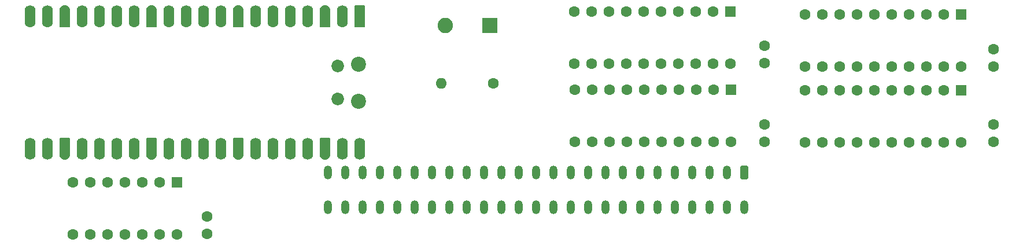
<source format=gbr>
%TF.GenerationSoftware,KiCad,Pcbnew,9.0.1*%
%TF.CreationDate,2025-08-04T14:53:59+03:00*%
%TF.ProjectId,SVI-3x8-PicoExpander,5356492d-3378-4382-9d50-69636f457870,1.1*%
%TF.SameCoordinates,Original*%
%TF.FileFunction,Soldermask,Top*%
%TF.FilePolarity,Negative*%
%FSLAX46Y46*%
G04 Gerber Fmt 4.6, Leading zero omitted, Abs format (unit mm)*
G04 Created by KiCad (PCBNEW 9.0.1) date 2025-08-04 14:53:59*
%MOMM*%
%LPD*%
G01*
G04 APERTURE LIST*
G04 Aperture macros list*
%AMRoundRect*
0 Rectangle with rounded corners*
0 $1 Rounding radius*
0 $2 $3 $4 $5 $6 $7 $8 $9 X,Y pos of 4 corners*
0 Add a 4 corners polygon primitive as box body*
4,1,4,$2,$3,$4,$5,$6,$7,$8,$9,$2,$3,0*
0 Add four circle primitives for the rounded corners*
1,1,$1+$1,$2,$3*
1,1,$1+$1,$4,$5*
1,1,$1+$1,$6,$7*
1,1,$1+$1,$8,$9*
0 Add four rect primitives between the rounded corners*
20,1,$1+$1,$2,$3,$4,$5,0*
20,1,$1+$1,$4,$5,$6,$7,0*
20,1,$1+$1,$6,$7,$8,$9,0*
20,1,$1+$1,$8,$9,$2,$3,0*%
%AMFreePoly0*
4,1,37,0.800000,0.796148,0.878414,0.796148,1.032228,0.765552,1.177117,0.705537,1.307515,0.618408,1.418408,0.507515,1.505537,0.377117,1.565552,0.232228,1.596148,0.078414,1.596148,-0.078414,1.565552,-0.232228,1.505537,-0.377117,1.418408,-0.507515,1.307515,-0.618408,1.177117,-0.705537,1.032228,-0.765552,0.878414,-0.796148,0.800000,-0.796148,0.800000,-0.800000,-1.400000,-0.800000,
-1.403843,-0.796157,-1.439018,-0.796157,-1.511114,-0.766294,-1.566294,-0.711114,-1.596157,-0.639018,-1.596157,-0.603843,-1.600000,-0.600000,-1.600000,0.600000,-1.596157,0.603843,-1.596157,0.639018,-1.566294,0.711114,-1.511114,0.766294,-1.439018,0.796157,-1.403843,0.796157,-1.400000,0.800000,0.800000,0.800000,0.800000,0.796148,0.800000,0.796148,$1*%
%AMFreePoly1*
4,1,37,1.403843,0.796157,1.439018,0.796157,1.511114,0.766294,1.566294,0.711114,1.596157,0.639018,1.596157,0.603843,1.600000,0.600000,1.600000,-0.600000,1.596157,-0.603843,1.596157,-0.639018,1.566294,-0.711114,1.511114,-0.766294,1.439018,-0.796157,1.403843,-0.796157,1.400000,-0.800000,-0.800000,-0.800000,-0.800000,-0.796148,-0.878414,-0.796148,-1.032228,-0.765552,-1.177117,-0.705537,
-1.307515,-0.618408,-1.418408,-0.507515,-1.505537,-0.377117,-1.565552,-0.232228,-1.596148,-0.078414,-1.596148,0.078414,-1.565552,0.232228,-1.505537,0.377117,-1.418408,0.507515,-1.307515,0.618408,-1.177117,0.705537,-1.032228,0.765552,-0.878414,0.796148,-0.800000,0.796148,-0.800000,0.800000,1.400000,0.800000,1.403843,0.796157,1.403843,0.796157,$1*%
%AMFreePoly2*
4,1,37,0.603843,0.796157,0.639018,0.796157,0.711114,0.766294,0.766294,0.711114,0.796157,0.639018,0.796157,0.603843,0.800000,0.600000,0.800000,-0.600000,0.796157,-0.603843,0.796157,-0.639018,0.766294,-0.711114,0.711114,-0.766294,0.639018,-0.796157,0.603843,-0.796157,0.600000,-0.800000,0.000000,-0.800000,0.000000,-0.796148,-0.078414,-0.796148,-0.232228,-0.765552,-0.377117,-0.705537,
-0.507515,-0.618408,-0.618408,-0.507515,-0.705537,-0.377117,-0.765552,-0.232228,-0.796148,-0.078414,-0.796148,0.078414,-0.765552,0.232228,-0.705537,0.377117,-0.618408,0.507515,-0.507515,0.618408,-0.377117,0.705537,-0.232228,0.765552,-0.078414,0.796148,0.000000,0.796148,0.000000,0.800000,0.600000,0.800000,0.603843,0.796157,0.603843,0.796157,$1*%
%AMFreePoly3*
4,1,37,0.000000,0.796148,0.078414,0.796148,0.232228,0.765552,0.377117,0.705537,0.507515,0.618408,0.618408,0.507515,0.705537,0.377117,0.765552,0.232228,0.796148,0.078414,0.796148,-0.078414,0.765552,-0.232228,0.705537,-0.377117,0.618408,-0.507515,0.507515,-0.618408,0.377117,-0.705537,0.232228,-0.765552,0.078414,-0.796148,0.000000,-0.796148,0.000000,-0.800000,-0.600000,-0.800000,
-0.603843,-0.796157,-0.639018,-0.796157,-0.711114,-0.766294,-0.766294,-0.711114,-0.796157,-0.639018,-0.796157,-0.603843,-0.800000,-0.600000,-0.800000,0.600000,-0.796157,0.603843,-0.796157,0.639018,-0.766294,0.711114,-0.711114,0.766294,-0.639018,0.796157,-0.603843,0.796157,-0.600000,0.800000,0.000000,0.800000,0.000000,0.796148,0.000000,0.796148,$1*%
G04 Aperture macros list end*
%ADD10R,2.250000X2.250000*%
%ADD11C,2.250000*%
%ADD12C,1.600000*%
%ADD13O,1.600000X1.600000*%
%ADD14RoundRect,0.250000X-0.550000X0.550000X-0.550000X-0.550000X0.550000X-0.550000X0.550000X0.550000X0*%
%ADD15C,2.200000*%
%ADD16C,1.850000*%
%ADD17FreePoly0,270.000000*%
%ADD18RoundRect,0.200000X-0.600000X0.600000X-0.600000X-0.600000X0.600000X-0.600000X0.600000X0.600000X0*%
%ADD19RoundRect,0.800000X-0.000010X0.800000X-0.000010X-0.800000X0.000010X-0.800000X0.000010X0.800000X0*%
%ADD20FreePoly1,270.000000*%
%ADD21FreePoly2,270.000000*%
%ADD22FreePoly3,270.000000*%
%ADD23RoundRect,0.250000X0.350000X0.750000X-0.350000X0.750000X-0.350000X-0.750000X0.350000X-0.750000X0*%
%ADD24O,1.200000X2.000000*%
G04 APERTURE END LIST*
D10*
%TO.C,SW1*%
X143750000Y-103500000D03*
D11*
X137250000Y-103500000D03*
%TD*%
D12*
%TO.C,R1*%
X144310000Y-112000000D03*
D13*
X136690000Y-112000000D03*
%TD*%
D14*
%TO.C,U2*%
X179120000Y-112880000D03*
D12*
X176580000Y-112880000D03*
X174040000Y-112880000D03*
X171500000Y-112880000D03*
X168960000Y-112880000D03*
X166420000Y-112880000D03*
X163880000Y-112880000D03*
X161340000Y-112880000D03*
X158800000Y-112880000D03*
X156260000Y-112880000D03*
X156260000Y-120500000D03*
X158800000Y-120500000D03*
X161340000Y-120500000D03*
X163880000Y-120500000D03*
X166420000Y-120500000D03*
X168960000Y-120500000D03*
X171500000Y-120500000D03*
X174040000Y-120500000D03*
X176580000Y-120500000D03*
X179120000Y-120500000D03*
%TD*%
%TO.C,C4*%
X102420000Y-134000000D03*
X102420000Y-131500000D03*
%TD*%
D14*
%TO.C,U4*%
X179000000Y-101500000D03*
D12*
X176460000Y-101500000D03*
X173920000Y-101500000D03*
X171380000Y-101500000D03*
X168840000Y-101500000D03*
X166300000Y-101500000D03*
X163760000Y-101500000D03*
X161220000Y-101500000D03*
X158680000Y-101500000D03*
X156140000Y-101500000D03*
X156140000Y-109120000D03*
X158680000Y-109120000D03*
X161220000Y-109120000D03*
X163760000Y-109120000D03*
X166300000Y-109120000D03*
X168840000Y-109120000D03*
X171380000Y-109120000D03*
X173920000Y-109120000D03*
X176460000Y-109120000D03*
X179000000Y-109120000D03*
%TD*%
D14*
%TO.C,U3*%
X98000000Y-126500000D03*
D12*
X95460000Y-126500000D03*
X92920000Y-126500000D03*
X90380000Y-126500000D03*
X87840000Y-126500000D03*
X85300000Y-126500000D03*
X82760000Y-126500000D03*
X82760000Y-134120000D03*
X85300000Y-134120000D03*
X87840000Y-134120000D03*
X90380000Y-134120000D03*
X92920000Y-134120000D03*
X95460000Y-134120000D03*
X98000000Y-134120000D03*
%TD*%
%TO.C,C2*%
X184000000Y-120500000D03*
X184000000Y-118000000D03*
%TD*%
D14*
%TO.C,U1*%
X212820000Y-101880000D03*
D12*
X210280000Y-101880000D03*
X207740000Y-101880000D03*
X205200000Y-101880000D03*
X202660000Y-101880000D03*
X200120000Y-101880000D03*
X197580000Y-101880000D03*
X195040000Y-101880000D03*
X192500000Y-101880000D03*
X189960000Y-101880000D03*
X189960000Y-109500000D03*
X192500000Y-109500000D03*
X195040000Y-109500000D03*
X197580000Y-109500000D03*
X200120000Y-109500000D03*
X202660000Y-109500000D03*
X205200000Y-109500000D03*
X207740000Y-109500000D03*
X210280000Y-109500000D03*
X212820000Y-109500000D03*
%TD*%
%TO.C,C3*%
X184000000Y-109000000D03*
X184000000Y-106500000D03*
%TD*%
%TO.C,C5*%
X217500000Y-120500000D03*
X217500000Y-118000000D03*
%TD*%
D14*
%TO.C,U5*%
X212820000Y-113000000D03*
D12*
X210280000Y-113000000D03*
X207740000Y-113000000D03*
X205200000Y-113000000D03*
X202660000Y-113000000D03*
X200120000Y-113000000D03*
X197580000Y-113000000D03*
X195040000Y-113000000D03*
X192500000Y-113000000D03*
X189960000Y-113000000D03*
X189960000Y-120620000D03*
X192500000Y-120620000D03*
X195040000Y-120620000D03*
X197580000Y-120620000D03*
X200120000Y-120620000D03*
X202660000Y-120620000D03*
X205200000Y-120620000D03*
X207740000Y-120620000D03*
X210280000Y-120620000D03*
X212820000Y-120620000D03*
%TD*%
D15*
%TO.C,A1*%
X124570000Y-109165000D03*
D16*
X121540000Y-109465000D03*
X121540000Y-114315000D03*
D15*
X124570000Y-114615000D03*
D17*
X124700000Y-102200000D03*
D18*
X124700000Y-103000000D03*
D19*
X122160000Y-102200000D03*
D12*
X122160000Y-103000000D03*
D20*
X119620000Y-102200000D03*
D21*
X119620000Y-103000000D03*
D19*
X117080000Y-102200000D03*
D12*
X117080000Y-103000000D03*
D19*
X114540000Y-102200000D03*
D12*
X114540000Y-103000000D03*
D19*
X112000000Y-102200000D03*
D12*
X112000000Y-103000000D03*
D19*
X109460000Y-102200000D03*
D12*
X109460000Y-103000000D03*
D20*
X106920000Y-102200000D03*
D21*
X106920000Y-103000000D03*
D19*
X104380000Y-102200000D03*
D12*
X104380000Y-103000000D03*
D19*
X101840000Y-102200000D03*
D12*
X101840000Y-103000000D03*
D19*
X99300000Y-102200000D03*
D12*
X99300000Y-103000000D03*
D19*
X96760000Y-102200000D03*
D12*
X96760000Y-103000000D03*
D20*
X94220000Y-102200000D03*
D21*
X94220000Y-103000000D03*
D19*
X91680000Y-102200000D03*
D12*
X91680000Y-103000000D03*
D19*
X89140000Y-102200000D03*
D12*
X89140000Y-103000000D03*
D19*
X86600000Y-102200000D03*
D12*
X86600000Y-103000000D03*
D19*
X84060000Y-102200000D03*
D12*
X84060000Y-103000000D03*
D20*
X81520000Y-102200000D03*
D21*
X81520000Y-103000000D03*
D19*
X78980000Y-102200000D03*
D12*
X78980000Y-103000000D03*
D19*
X76440000Y-102200000D03*
D12*
X76440000Y-103000000D03*
X76440000Y-120780000D03*
D19*
X76440000Y-121580000D03*
D12*
X78980000Y-120780000D03*
D19*
X78980000Y-121580000D03*
D22*
X81520000Y-120780000D03*
D17*
X81520000Y-121580000D03*
D12*
X84060000Y-120780000D03*
D19*
X84060000Y-121580000D03*
D12*
X86600000Y-120780000D03*
D19*
X86600000Y-121580000D03*
D12*
X89140000Y-120780000D03*
D19*
X89140000Y-121580000D03*
D12*
X91680000Y-120780000D03*
D19*
X91680000Y-121580000D03*
D22*
X94220000Y-120780000D03*
D17*
X94220000Y-121580000D03*
D12*
X96760000Y-120780000D03*
D19*
X96760000Y-121580000D03*
D12*
X99300000Y-120780000D03*
D19*
X99300000Y-121580000D03*
D12*
X101840000Y-120780000D03*
D19*
X101840000Y-121580000D03*
D12*
X104380000Y-120780000D03*
D19*
X104380000Y-121580000D03*
D22*
X106920000Y-120780000D03*
D17*
X106920000Y-121580000D03*
D12*
X109460000Y-120780000D03*
D19*
X109460000Y-121580000D03*
D12*
X112000000Y-120780000D03*
D19*
X112000000Y-121580000D03*
D12*
X114540000Y-120780000D03*
D19*
X114540000Y-121580000D03*
D12*
X117080000Y-120780000D03*
D19*
X117080000Y-121580000D03*
D22*
X119620000Y-120780000D03*
D17*
X119620000Y-121580000D03*
D12*
X122160000Y-120780000D03*
D19*
X122160000Y-121580000D03*
D12*
X124700000Y-120780000D03*
D19*
X124700000Y-121580000D03*
%TD*%
D12*
%TO.C,C1*%
X217500000Y-109500000D03*
X217500000Y-107000000D03*
%TD*%
D23*
%TO.C,J1*%
X181040000Y-125000000D03*
D24*
X181040000Y-130080000D03*
X178500000Y-125000000D03*
X178500000Y-130080000D03*
X175960000Y-125000000D03*
X175960000Y-130080000D03*
X173420000Y-125000000D03*
X173420000Y-130080000D03*
X170880000Y-125000000D03*
X170880000Y-130080000D03*
X168340000Y-125000000D03*
X168340000Y-130080000D03*
X165800000Y-125000000D03*
X165800000Y-130080000D03*
X163260000Y-125000000D03*
X163260000Y-130080000D03*
X160720000Y-125000000D03*
X160720000Y-130080000D03*
X158180000Y-125000000D03*
X158180000Y-130080000D03*
X155640000Y-125000000D03*
X155640000Y-130080000D03*
X153100000Y-125000000D03*
X153100000Y-130080000D03*
X150560000Y-125000000D03*
X150560000Y-130080000D03*
X148020000Y-125000000D03*
X148020000Y-130080000D03*
X145480000Y-125000000D03*
X145480000Y-130080000D03*
X142940000Y-125000000D03*
X142940000Y-130080000D03*
X140400000Y-125000000D03*
X140400000Y-130080000D03*
X137860000Y-125000000D03*
X137860000Y-130080000D03*
X135320000Y-125000000D03*
X135320000Y-130080000D03*
X132780000Y-125000000D03*
X132780000Y-130080000D03*
X130240000Y-125000000D03*
X130240000Y-130080000D03*
X127700000Y-125000000D03*
X127700000Y-130080000D03*
X125160000Y-125000000D03*
X125160000Y-130080000D03*
X122620000Y-125000000D03*
X122620000Y-130080000D03*
X120080000Y-125000000D03*
X120080000Y-130080000D03*
%TD*%
M02*

</source>
